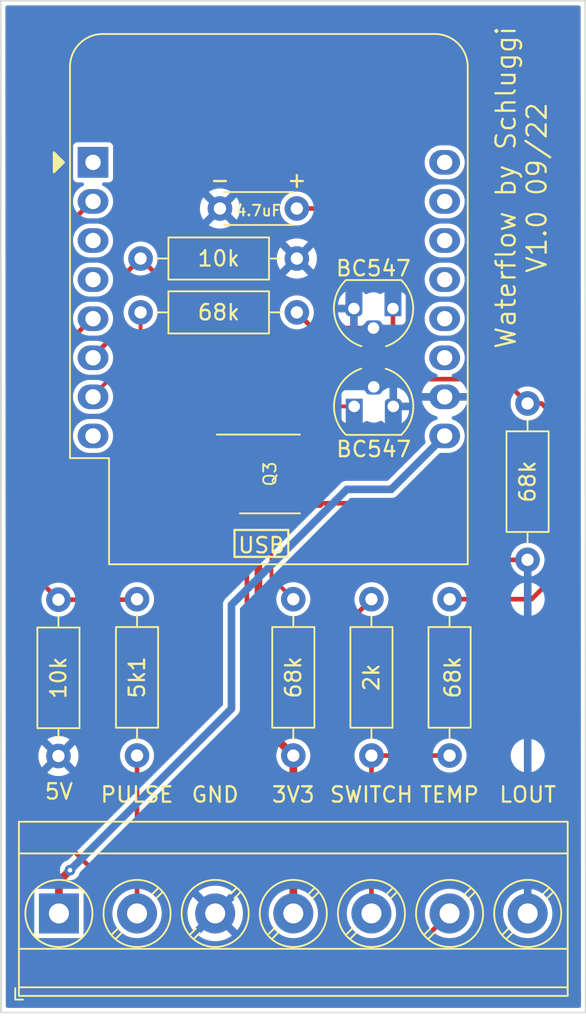
<source format=kicad_pcb>
(kicad_pcb (version 20211014) (generator pcbnew)
  (title_block (title "Waterflow") (date "2022-09-16") (rev "1.0") (company "https://github.com/Schluggi/waterflow-pcb"))
  (layers (0 "F.Cu" signal) (31 "B.Cu" power) (34 "B.Paste" user) (35 "F.Paste" user) (36 "B.SilkS" user "B.Silkscreen") (37 "F.SilkS" user "F.Silkscreen") (38 "B.Mask" user) (39 "F.Mask" user) (44 "Edge.Cuts" user))
  (net 0 "")
  (net 1 "Net-(C1-Pad1)")
  (net 2 "GND")
  (net 3 "Net-(Q1-Pad1)")
  (net 4 "Net-(Q2-Pad2)")
  (net 5 "Net-(R5-Pad1)")
  (net 6 "Net-(R6-Pad2)")
  (net 7 "Net-(R8-Pad1)")
  (net 17 "5V")
  (net 18 "Pulse")
  (net 19 "Water-Switch")
  (net 21 "3V3")
  (net 22 "Temperature")
  (net 23 "LatchOut")
  (footprint "Module:WEMOS_D1_mini_light" (layer "F.Cu") (at 88.15 36.36)
    (fp_text reference "U1" hide)
    (fp_text value "WeMos_D1_mini")
    (fp_line (start 1.04 26.12) (end 24.36 26.12) (layer "F.SilkS") (width 0.12))
    (fp_line (start 22.24 -8.34) (end 0.63 -8.34) (layer "F.SilkS") (width 0.12))
    (fp_line (start 1.04 19.22) (end 1.04 26.12) (layer "F.SilkS") (width 0.12))
    (fp_line (start -1.5 19.22) (end 1.04 19.22) (layer "F.SilkS") (width 0.12))
    (fp_line (start -1.5 19.22) (end -1.5 -6.21) (layer "F.SilkS") (width 0.12))
    (fp_line (start 24.36 26.12) (end 24.36 -6.21) (layer "F.SilkS") (width 0.12))
    (fp_arc (start 22.23 -8.34) (mid 23.736137 -7.716137) (end 24.36 -6.21) (layer "F.SilkS") (width 0.12))
    (fp_arc (start -1.5 -6.21) (mid -0.876137 -7.716137) (end 0.63 -8.34) (layer "F.SilkS") (width 0.12))
    (fp_poly (pts (xy -2.54 -0.635) (xy -2.54 0.635) (xy -1.905 0)) (layer "F.SilkS") (width 0.15) (fill solid))
    (pad "1" thru_hole rect (at 0 0) (size 2 2) (drill 1) (layers *.Cu *.Mask))
    (pad "2" thru_hole oval (at 0 2.54) (size 2 1.6) (drill 1) (layers *.Cu *.Mask) (net 22 "Temperature"))
    (pad "3" thru_hole oval (at 0 5.08) (size 2 1.6) (drill 1) (layers *.Cu *.Mask))
    (pad "4" thru_hole oval (at 0 7.62) (size 2 1.6) (drill 1) (layers *.Cu *.Mask))
    (pad "5" thru_hole oval (at 0 10.16) (size 2 1.6) (drill 1) (layers *.Cu *.Mask) (net 7 "Net-(R8-Pad1)"))
    (pad "6" thru_hole oval (at 0 12.7) (size 2 1.6) (drill 1) (layers *.Cu *.Mask) (net 6 "Net-(R6-Pad2)"))
    (pad "7" thru_hole oval (at 0 15.24) (size 2 1.6) (drill 1) (layers *.Cu *.Mask) (net 5 "Net-(R5-Pad1)"))
    (pad "8" thru_hole oval (at 0 17.78) (size 2 1.6) (drill 1) (layers *.Cu *.Mask))
    (pad "9" thru_hole oval (at 22.86 17.78) (size 2 1.6) (drill 1) (layers *.Cu *.Mask) (net 17 "5V"))
    (pad "10" thru_hole oval (at 22.86 15.24) (size 2 1.6) (drill 1) (layers *.Cu *.Mask) (net 2 "GND"))
    (pad "11" thru_hole oval (at 22.86 12.7) (size 2 1.6) (drill 1) (layers *.Cu *.Mask))
    (pad "12" thru_hole oval (at 22.86 10.16) (size 2 1.6) (drill 1) (layers *.Cu *.Mask))
    (pad "13" thru_hole oval (at 22.86 7.62) (size 2 1.6) (drill 1) (layers *.Cu *.Mask))
    (pad "14" thru_hole oval (at 22.86 5.08) (size 2 1.6) (drill 1) (layers *.Cu *.Mask))
    (pad "15" thru_hole oval (at 22.86 2.54) (size 2 1.6) (drill 1) (layers *.Cu *.Mask))
    (pad "16" thru_hole oval (at 22.86 0) (size 2 1.6) (drill 1) (layers *.Cu *.Mask))
  )
  (footprint "Resistor_THT:R_Axial_DIN0207_L6.3mm_D2.5mm_P10.16mm_Horizontal" (layer "F.Cu") (at 101.17 74.91 90)
    (fp_text reference "R1" hide)
    (fp_text value "68k" (at 5.08 0 90) (layer "F.SilkS"))
    (fp_line (start 8.35 -1.37) (end 1.81 -1.37) (layer "F.SilkS") (width 0.12))
    (fp_line (start 1.04 0) (end 1.81 0) (layer "F.SilkS") (width 0.12))
    (fp_line (start 8.35 1.37) (end 8.35 -1.37) (layer "F.SilkS") (width 0.12))
    (fp_line (start 9.12 0) (end 8.35 0) (layer "F.SilkS") (width 0.12))
    (fp_line (start 1.81 -1.37) (end 1.81 1.37) (layer "F.SilkS") (width 0.12))
    (fp_line (start 1.81 1.37) (end 8.35 1.37) (layer "F.SilkS") (width 0.12))
    (pad "1" thru_hole circle (at 0 0 90) (size 1.6 1.6) (drill 0.8) (layers *.Cu *.Mask) (net 21 "3V3"))
    (pad "2" thru_hole oval (at 10.16 0 90) (size 1.6 1.6) (drill 0.8) (layers *.Cu *.Mask) (net 3 "Net-(Q1-Pad1)"))
  )
  (footprint "Capacitor_THT:C_Disc_D4.3mm_W1.9mm_P5.00mm" (layer "F.Cu") (at 101.4 39.36 180)
    (fp_text reference "C1" hide)
    (fp_text value "4.7uF" (at 2.5 -0.14) (layer "F.SilkS") (effects (font (size 0.7 0.7) (thickness 0.125))))
    (fp_line (start 0.23 -1.07) (end 0.23 -1.055) (layer "F.SilkS") (width 0.12))
    (fp_line (start 0.23 1.07) (end 4.77 1.07) (layer "F.SilkS") (width 0.12))
    (fp_line (start 4.77 -1.07) (end 4.77 -1.055) (layer "F.SilkS") (width 0.12))
    (fp_line (start 0.23 -1.07) (end 4.77 -1.07) (layer "F.SilkS") (width 0.12))
    (fp_line (start 4.77 1.055) (end 4.77 1.07) (layer "F.SilkS") (width 0.12))
    (fp_line (start 0.23 1.055) (end 0.23 1.07) (layer "F.SilkS") (width 0.12))
    (pad "1" thru_hole circle (at 0 0 180) (size 1.6 1.6) (drill 0.8) (layers *.Cu *.Mask) (net 1 "Net-(C1-Pad1)"))
    (pad "2" thru_hole circle (at 5 0 180) (size 1.6 1.6) (drill 0.8) (layers *.Cu *.Mask) (net 2 "GND"))
  )
  (footprint "Resistor_THT:R_Axial_DIN0207_L6.3mm_D2.5mm_P10.16mm_Horizontal" (layer "F.Cu") (at 116.4 62.19 90)
    (fp_text reference "R2" hide)
    (fp_text value "68k" (at 5.08 0 90) (layer "F.SilkS"))
    (fp_line (start 9.12 0) (end 8.35 0) (layer "F.SilkS") (width 0.12))
    (fp_line (start 1.81 1.37) (end 8.35 1.37) (layer "F.SilkS") (width 0.12))
    (fp_line (start 8.35 1.37) (end 8.35 -1.37) (layer "F.SilkS") (width 0.12))
    (fp_line (start 1.81 -1.37) (end 1.81 1.37) (layer "F.SilkS") (width 0.12))
    (fp_line (start 8.35 -1.37) (end 1.81 -1.37) (layer "F.SilkS") (width 0.12))
    (fp_line (start 1.04 0) (end 1.81 0) (layer "F.SilkS") (width 0.12))
    (pad "1" thru_hole circle (at 0 0 90) (size 1.6 1.6) (drill 0.8) (layers *.Cu *.Mask) (net 23 "LatchOut"))
    (pad "2" thru_hole oval (at 10.16 0 90) (size 1.6 1.6) (drill 0.8) (layers *.Cu *.Mask) (net 1 "Net-(C1-Pad1)"))
  )
  (footprint "Resistor_THT:R_Axial_DIN0207_L6.3mm_D2.5mm_P10.16mm_Horizontal" (layer "F.Cu") (at 101.4 42.61 180)
    (fp_text reference "R7" hide)
    (fp_text value "10k" (at 5.08 0) (layer "F.SilkS"))
    (fp_line (start 9.12 0) (end 8.35 0) (layer "F.SilkS") (width 0.12))
    (fp_line (start 1.81 1.37) (end 8.35 1.37) (layer "F.SilkS") (width 0.12))
    (fp_line (start 8.35 -1.37) (end 1.81 -1.37) (layer "F.SilkS") (width 0.12))
    (fp_line (start 1.81 -1.37) (end 1.81 1.37) (layer "F.SilkS") (width 0.12))
    (fp_line (start 1.04 0) (end 1.81 0) (layer "F.SilkS") (width 0.12))
    (fp_line (start 8.35 1.37) (end 8.35 -1.37) (layer "F.SilkS") (width 0.12))
    (pad "1" thru_hole circle (at 0 0 180) (size 1.6 1.6) (drill 0.8) (layers *.Cu *.Mask) (net 2 "GND"))
    (pad "2" thru_hole oval (at 10.16 0 180) (size 1.6 1.6) (drill 0.8) (layers *.Cu *.Mask) (net 6 "Net-(R6-Pad2)"))
  )
  (footprint "Package_TO_SOT_THT:TO-92_HandSolder" (layer "F.Cu") (at 107.65 45.86 180)
    (fp_text reference "BC547" (at 1.27 2.61 180) (layer "F.SilkS"))
    (fp_text value locked "BC547")
    (fp_line (start -0.53 1.85) (end 3.07 1.85) (layer "F.SilkS") (width 0.12))
    (fp_arc (start 2.05 -2.45) (mid 3.769931 -0.601036) (end 3.078445 1.827684) (layer "F.SilkS") (width 0.12))
    (fp_arc (start -0.541875 1.841741) (mid -1.247231 -0.581764) (end 0.45 -2.45) (layer "F.SilkS") (width 0.12))
    (pad "1" thru_hole rect (at 0 0 180) (size 1.1 1.8) (drill 0.75 (offset 0 0.4)) (layers *.Cu *.Mask) (net 1 "Net-(C1-Pad1)"))
    (pad "2" thru_hole roundrect (at 1.27 -1.27 180) (size 1.1 1.8) (drill 0.75 (offset 0 -0.4)) (layers *.Cu *.Mask) (net 4 "Net-(Q2-Pad2)"))
    (pad "3" thru_hole roundrect (at 2.54 0 180) (size 1.1 1.8) (drill 0.75 (offset 0 0.4)) (layers *.Cu *.Mask) (net 2 "GND"))
  )
  (footprint "Resistor_THT:R_Axial_DIN0207_L6.3mm_D2.5mm_P10.16mm_Horizontal" (layer "F.Cu") (at 106.25 74.91 90)
    (fp_text reference "R6" hide)
    (fp_text value "2k" (at 5.08 0 90) (layer "F.SilkS"))
    (fp_line (start 8.35 1.37) (end 8.35 -1.37) (layer "F.SilkS") (width 0.12))
    (fp_line (start 1.04 0) (end 1.81 0) (layer "F.SilkS") (width 0.12))
    (fp_line (start 1.81 -1.37) (end 1.81 1.37) (layer "F.SilkS") (width 0.12))
    (fp_line (start 8.35 -1.37) (end 1.81 -1.37) (layer "F.SilkS") (width 0.12))
    (fp_line (start 9.12 0) (end 8.35 0) (layer "F.SilkS") (width 0.12))
    (fp_line (start 1.81 1.37) (end 8.35 1.37) (layer "F.SilkS") (width 0.12))
    (pad "1" thru_hole circle (at 0 0 90) (size 1.6 1.6) (drill 0.8) (layers *.Cu *.Mask) (net 19 "Water-Switch"))
    (pad "2" thru_hole oval (at 10.16 0 90) (size 1.6 1.6) (drill 0.8) (layers *.Cu *.Mask) (net 6 "Net-(R6-Pad2)"))
  )
  (footprint "Package_TO_SOT_THT:TO-92_HandSolder" (layer "F.Cu") (at 105.13 52.22)
    (fp_text reference "BC547" (at 1.27 2.78) (layer "F.SilkS"))
    (fp_text value locked "BC547")
    (fp_line (start -0.53 1.85) (end 3.07 1.85) (layer "F.SilkS") (width 0.12))
    (fp_arc (start -0.541875 1.841741) (mid -1.247231 -0.581764) (end 0.45 -2.45) (layer "F.SilkS") (width 0.12))
    (fp_arc (start 2.05 -2.45) (mid 3.769931 -0.601036) (end 3.078445 1.827684) (layer "F.SilkS") (width 0.12))
    (pad "1" thru_hole rect (at 0 0) (size 1.1 1.8) (drill 0.75 (offset 0 0.4)) (layers *.Cu *.Mask) (net 3 "Net-(Q1-Pad1)"))
    (pad "2" thru_hole roundrect (at 1.27 -1.27) (size 1.1 1.8) (drill 0.75 (offset 0 -0.4)) (layers *.Cu *.Mask) (net 1 "Net-(C1-Pad1)"))
    (pad "3" thru_hole roundrect (at 2.54 0) (size 1.1 1.8) (drill 0.75 (offset 0 0.4)) (layers *.Cu *.Mask) (net 2 "GND"))
  )
  (footprint "TerminalBlock_Phoenix:TerminalBlock_Phoenix_MKDS-3-7-5.08_1x07_P5.08mm_Horizontal" (layer "F.Cu") (at 85.93 85.17)
    (fp_text reference "J1" hide)
    (fp_text value "Terminal")
    (fp_line (start 11.814 -1.388) (end 11.419 -0.992) (layer "F.SilkS") (width 0.12))
    (fp_line (start 21.974 -1.388) (end 21.579 -0.992) (layer "F.SilkS") (width 0.12))
    (fp_line (start 26.788 -1.654) (end 26.408 -1.274) (layer "F.SilkS") (width 0.12))
    (fp_line (start 31.868 -1.654) (end 31.488 -1.274) (layer "F.SilkS") (width 0.12))
    (fp_line (start -2.6 5.36) (end 33.08 5.36) (layer "F.SilkS") (width 0.12))
    (fp_line (start 16.894 -1.388) (end 16.499 -0.992) (layer "F.SilkS") (width 0.12))
    (fp_line (start 11.548 -1.654) (end 11.168 -1.274) (layer "F.SilkS") (width 0.12))
    (fp_line (start 6.734 -1.388) (end 6.339 -0.992) (layer "F.SilkS") (width 0.12))
    (fp_line (start 29.473 1.274) (end 29.093 1.654) (layer "F.SilkS") (width 0.12))
    (fp_line (start 8.902 0.992) (end 8.507 1.388) (layer "F.SilkS") (width 0.12))
    (fp_line (start -1.548 1.281) (end -1.654 1.388) (layer "F.SilkS") (width 0.12))
    (fp_line (start 29.222 0.992) (end 28.827 1.388) (layer "F.SilkS") (width 0.12))
    (fp_line (start 27.054 -1.388) (end 26.659 -0.992) (layer "F.SilkS") (width 0.12))
    (fp_line (start 1.654 -1.388) (end 1.547 -1.281) (layer "F.SilkS") (width 0.12))
    (fp_line (start 24.393 1.274) (end 24.013 1.654) (layer "F.SilkS") (width 0.12))
    (fp_line (start 3.822 0.992) (end 3.427 1.388) (layer "F.SilkS") (width 0.12))
    (fp_line (start 1.388 -1.654) (end 1.281 -1.547) (layer "F.SilkS") (width 0.12))
    (fp_line (start 6.468 -1.654) (end 6.088 -1.274) (layer "F.SilkS") (width 0.12))
    (fp_line (start 33.08 -5.96) (end 33.08 5.36) (layer "F.SilkS") (width 0.12))
    (fp_line (start -2.84 5.6) (end -2.34 5.6) (layer "F.SilkS") (width 0.12))
    (fp_line (start 24.142 0.992) (end 23.747 1.388) (layer "F.SilkS") (width 0.12))
    (fp_line (start 9.153 1.274) (end 8.773 1.654) (layer "F.SilkS") (width 0.12))
    (fp_line (start 16.628 -1.654) (end 16.248 -1.274) (layer "F.SilkS") (width 0.12))
    (fp_line (start -2.6 -3.9) (end 33.08 -3.9) (layer "F.SilkS") (width 0.12))
    (fp_line (start 32.134 -1.388) (end 31.739 -0.992) (layer "F.SilkS") (width 0.12))
    (fp_line (start 19.313 1.274) (end 18.933 1.654) (layer "F.SilkS") (width 0.12))
    (fp_line (start -2.6 -5.96) (end -2.6 5.36) (layer "F.SilkS") (width 0.12))
    (fp_line (start 13.982 0.992) (end 13.587 1.388) (layer "F.SilkS") (width 0.12))
    (fp_line (start 21.708 -1.654) (end 21.328 -1.274) (layer "F.SilkS") (width 0.12))
    (fp_line (start 4.073 1.274) (end 3.693 1.654) (layer "F.SilkS") (width 0.12))
    (fp_line (start -2.6 4.8) (end 33.08 4.8) (layer "F.SilkS") (width 0.12))
    (fp_line (start -1.282 1.547) (end -1.388 1.654) (layer "F.SilkS") (width 0.12))
    (fp_line (start -2.6 -5.96) (end 33.08 -5.96) (layer "F.SilkS") (width 0.12))
    (fp_line (start -2.84 4.86) (end -2.84 5.6) (layer "F.SilkS") (width 0.12))
    (fp_line (start 19.062 0.992) (end 18.667 1.388) (layer "F.SilkS") (width 0.12))
    (fp_line (start -2.6 2.3) (end 33.08 2.3) (layer "F.SilkS") (width 0.12))
    (fp_line (start 14.233 1.274) (end 13.853 1.654) (layer "F.SilkS") (width 0.12))
    (fp_circle (center 30.48 0) (end 32.66 0) (layer "F.SilkS") (width 0.12) (fill none))
    (fp_circle (center 0 0) (end 2.18 0) (layer "F.SilkS") (width 0.12) (fill none))
    (fp_circle (center 25.4 0) (end 27.58 0) (layer "F.SilkS") (width 0.12) (fill none))
    (fp_circle (center 5.08 0) (end 7.26 0) (layer "F.SilkS") (width 0.12) (fill none))
    (fp_circle (center 20.32 0) (end 22.5 0) (layer "F.SilkS") (width 0.12) (fill none))
    (fp_circle (center 10.16 0) (end 12.34 0) (layer "F.SilkS") (width 0.12) (fill none))
    (fp_circle (center 15.24 0) (end 17.42 0) (layer "F.SilkS") (width 0.12) (fill none))
    (pad "1" thru_hole rect (at 0 0) (size 2.6 2.6) (drill 1.3) (layers *.Cu *.Mask) (net 17 "5V"))
    (pad "2" thru_hole circle (at 5.08 0) (size 2.6 2.6) (drill 1.3) (layers *.Cu *.Mask) (net 18 "Pulse"))
    (pad "3" thru_hole circle (at 10.16 0) (size 2.6 2.6) (drill 1.3) (layers *.Cu *.Mask) (net 2 "GND"))
    (pad "4" thru_hole circle (at 15.24 0) (size 2.6 2.6) (drill 1.3) (layers *.Cu *.Mask) (net 21 "3V3"))
    (pad "5" thru_hole circle (at 20.32 0) (size 2.6 2.6) (drill 1.3) (layers *.Cu *.Mask) (net 19 "Water-Switch"))
    (pad "6" thru_hole circle (at 25.4 0) (size 2.6 2.6) (drill 1.3) (layers *.Cu *.Mask) (net 22 "Temperature"))
    (pad "7" thru_hole circle (at 30.48 0) (size 2.6 2.6) (drill 1.3) (layers *.Cu *.Mask) (net 23 "LatchOut"))
  )
  (footprint "Package_SO:SOIC-8_3.9x4.9mm_P1.27mm" (layer "F.Cu") (at 99.65 56.61)
    (fp_text reference "Q3" (at 0 0 90) (layer "F.SilkS") (effects (font (size 0.8 0.8) (thickness 0.12))))
    (fp_text value "AO4447")
    (fp_line (start 0 2.56) (end 1.95 2.56) (layer "F.SilkS") (width 0.12))
    (fp_line (start 0 -2.56) (end 1.95 -2.56) (layer "F.SilkS") (width 0.12))
    (fp_line (start 0 -2.56) (end -3.45 -2.56) (layer "F.SilkS") (width 0.12))
    (fp_line (start 0 2.56) (end -1.95 2.56) (layer "F.SilkS") (width 0.12))
    (pad "1" smd roundrect (at -2.475 -1.905) (size 1.95 0.6) (layers "F.Cu" "F.Paste" "F.Mask"))
    (pad "2" smd roundrect (at -2.475 -0.635) (size 1.95 0.6) (layers "F.Cu" "F.Paste" "F.Mask"))
    (pad "3" smd roundrect (at -2.475 0.635) (size 1.95 0.6) (layers "F.Cu" "F.Paste" "F.Mask") (net 21 "3V3"))
    (pad "4" smd roundrect (at -2.475 1.905) (size 1.95 0.6) (layers "F.Cu" "F.Paste" "F.Mask") (net 3 "Net-(Q1-Pad1)"))
    (pad "5" smd roundrect (at 2.475 1.905) (size 1.95 0.6) (layers "F.Cu" "F.Paste" "F.Mask") (net 23 "LatchOut"))
    (pad "6" smd roundrect (at 2.475 0.635) (size 1.95 0.6) (layers "F.Cu" "F.Paste" "F.Mask") (net 23 "LatchOut"))
    (pad "7" smd roundrect (at 2.475 -0.635) (size 1.95 0.6) (layers "F.Cu" "F.Paste" "F.Mask"))
    (pad "8" smd roundrect (at 2.475 -1.905) (size 1.95 0.6) (layers "F.Cu" "F.Paste" "F.Mask"))
  )
  (footprint "Resistor_THT:R_Axial_DIN0207_L6.3mm_D2.5mm_P10.16mm_Horizontal" (layer "F.Cu") (at 91.24 46.11)
    (fp_text reference "R5" hide)
    (fp_text value "68k" (at 5.08 0) (layer "F.SilkS"))
    (fp_line (start 1.81 1.37) (end 8.35 1.37) (layer "F.SilkS") (width 0.12))
    (fp_line (start 8.35 -1.37) (end 1.81 -1.37) (layer "F.SilkS") (width 0.12))
    (fp_line (start 8.35 1.37) (end 8.35 -1.37) (layer "F.SilkS") (width 0.12))
    (fp_line (start 9.12 0) (end 8.35 0) (layer "F.SilkS") (width 0.12))
    (fp_line (start 1.04 0) (end 1.81 0) (layer "F.SilkS") (width 0.12))
    (fp_line (start 1.81 -1.37) (end 1.81 1.37) (layer "F.SilkS") (width 0.12))
    (pad "1" thru_hole circle (at 0 0) (size 1.6 1.6) (drill 0.8) (layers *.Cu *.Mask) (net 5 "Net-(R5-Pad1)"))
    (pad "2" thru_hole oval (at 10.16 0) (size 1.6 1.6) (drill 0.8) (layers *.Cu *.Mask) (net 4 "Net-(Q2-Pad2)"))
  )
  (footprint "Resistor_THT:R_Axial_DIN0207_L6.3mm_D2.5mm_P10.16mm_Horizontal" (layer "F.Cu") (at 111.33 74.91 90)
    (fp_text reference "R4" hide)
    (fp_text value "68k" (at 5.08 0.2025 90) (layer "F.SilkS"))
    (fp_line (start 1.81 -1.37) (end 1.81 1.37) (layer "F.SilkS") (width 0.12))
    (fp_line (start 8.35 1.37) (end 8.35 -1.37) (layer "F.SilkS") (width 0.12))
    (fp_line (start 1.81 1.37) (end 8.35 1.37) (layer "F.SilkS") (width 0.12))
    (fp_line (start 9.12 0) (end 8.35 0) (layer "F.SilkS") (width 0.12))
    (fp_line (start 1.04 0) (end 1.81 0) (layer "F.SilkS") (width 0.12))
    (fp_line (start 8.35 -1.37) (end 1.81 -1.37) (layer "F.SilkS") (width 0.12))
    (pad "1" thru_hole circle (at 0 0 90) (size 1.6 1.6) (drill 0.8) (layers *.Cu *.Mask) (net 19 "Water-Switch"))
    (pad "2" thru_hole oval (at 10.16 0 90) (size 1.6 1.6) (drill 0.8) (layers *.Cu *.Mask) (net 1 "Net-(C1-Pad1)"))
  )
  (footprint "Resistor_THT:R_Axial_DIN0207_L6.3mm_D2.5mm_P10.16mm_Horizontal" (layer "F.Cu") (at 91.01 64.75 -90)
    (fp_text reference "R8" hide)
    (fp_text value "5k1" (at 5.08 0 90) (layer "F.SilkS"))
    (fp_line (start 1.04 0) (end 1.81 0) (layer "F.SilkS") (width 0.12))
    (fp_line (start 8.35 -1.37) (end 1.81 -1.37) (layer "F.SilkS") (width 0.12))
    (fp_line (start 9.12 0) (end 8.35 0) (layer "F.SilkS") (width 0.12))
    (fp_line (start 1.81 1.37) (end 8.35 1.37) (layer "F.SilkS") (width 0.12))
    (fp_line (start 1.81 -1.37) (end 1.81 1.37) (layer "F.SilkS") (width 0.12))
    (fp_line (start 8.35 1.37) (end 8.35 -1.37) (layer "F.SilkS") (width 0.12))
    (pad "1" thru_hole circle (at 0 0 270) (size 1.6 1.6) (drill 0.8) (layers *.Cu *.Mask) (net 7 "Net-(R8-Pad1)"))
    (pad "2" thru_hole oval (at 10.16 0 270) (size 1.6 1.6) (drill 0.8) (layers *.Cu *.Mask) (net 18 "Pulse"))
  )
  (footprint "Resistor_THT:R_Axial_DIN0207_L6.3mm_D2.5mm_P10.16mm_Horizontal" (layer "F.Cu") (at 85.9 74.94 90)
    (fp_text reference "R9" hide)
    (fp_text value "10k" (at 5.08 0 90) (layer "F.SilkS"))
    (fp_line (start 9.12 0) (end 8.35 0) (layer "F.SilkS") (width 0.12))
    (fp_line (start 8.35 1.37) (end 8.35 -1.37) (layer "F.SilkS") (width 0.12))
    (fp_line (start 8.35 -1.37) (end 1.81 -1.37) (layer "F.SilkS") (width 0.12))
    (fp_line (start 1.81 1.37) (end 8.35 1.37) (layer "F.SilkS") (width 0.12))
    (fp_line (start 1.04 0) (end 1.81 0) (layer "F.SilkS") (width 0.12))
    (fp_line (start 1.81 -1.37) (end 1.81 1.37) (layer "F.SilkS") (width 0.12))
    (pad "1" thru_hole circle (at 0 0 90) (size 1.6 1.6) (drill 0.8) (layers *.Cu *.Mask) (net 2 "GND"))
    (pad "2" thru_hole oval (at 10.16 0 90) (size 1.6 1.6) (drill 0.8) (layers *.Cu *.Mask) (net 7 "Net-(R8-Pad1)"))
  )
  (gr_line (start 100.845 60.25) (end 100.845 62) (layer "F.SilkS") (width 0.15))
  (gr_line (start 97.345 60.25) (end 100.845 60.25) (layer "F.SilkS") (width 0.15))
  (gr_line (start 97.345 62) (end 97.345 60.25) (layer "F.SilkS") (width 0.15))
  (gr_line (start 100.845 62) (end 97.345 62) (layer "F.SilkS") (width 0.15))
  (gr_line (start 82.15 25.86) (end 82.175 91.61) (layer "Edge.Cuts") (width 0.1))
  (gr_line (start 120.175 91.61) (end 120.15 25.86) (layer "Edge.Cuts") (width 0.1))
  (gr_line locked (start 120.15 25.86) (end 82.15 25.86) (layer "Edge.Cuts") (width 0.1))
  (gr_line (start 120.175 91.61) (end 82.175 91.61) (layer "Edge.Cuts") (width 0.1))
  (gr_text "USB" (at 99.095 61.25) (layer "F.SilkS") (effects (font (size 1 1))))
  (gr_text "PULSE" (at 91.01 77.45) (layer "F.SilkS") (effects (font (size 1 1))))
  (gr_text "3V3\n" (at 101.17 77.45) (layer "F.SilkS") (effects (font (size 1 1))))
  (gr_text "+" (at 101.4 37.5) (layer "F.SilkS") (effects (font (size 1 1))))
  (gr_text "SWITCH" (at 106.25 77.45) (layer "F.SilkS") (effects (font (size 1 1))))
  (gr_text "LOUT" (at 116.41 77.45) (layer "F.SilkS") (effects (font (size 1 1))))
  (gr_text "TEMP" (at 111.33 77.45) (layer "F.SilkS") (effects (font (size 1 1))))
  (gr_text "5V" (at 85.93 77.25) (layer "F.SilkS") (effects (font (size 1 1))))
  (gr_text "GND" (at 96.09 77.45) (layer "F.SilkS") (effects (font (size 1 1))))
  (gr_text "Waterflow by Schluggi\nV1.0 09/22\n" (at 116 38 90) (layer "F.SilkS") (effects (font (size 1.25 1.25))))
  (gr_text "-" (at 96.4 37.5) (layer "F.SilkS") (effects (font (size 1 1))))
  (segment (start 101.4 39.36) (end 103.61 39.36) (width 0.3) (layer "F.Cu") (net 1))
  (segment (start 106.9 50.45) (end 106.4 50.95) (width 0.3) (layer "F.Cu") (net 1))
  (segment (start 116.4 52.03) (end 114.82 50.45) (width 0.3) (layer "F.Cu") (net 1))
  (segment (start 106.4 50.95) (end 107.65 49.7) (width 0.3) (layer "F.Cu") (net 1))
  (segment (start 117.311739 52.03) (end 116.4 52.03) (width 0.3) (layer "F.Cu") (net 1))
  (segment (start 114.82 50.45) (end 106.9 50.45) (width 0.3) (layer "F.Cu") (net 1))
  (segment (start 107.65 43.4) (end 107.65 45.86) (width 0.3) (layer "F.Cu") (net 1))
  (segment (start 106.4 50.95) (end 106.6 50.95) (width 0.3) (layer "F.Cu") (net 1))
  (segment (start 111.33 64.75) (end 116.666053 64.75) (width 0.3) (layer "F.Cu") (net 1))
  (segment (start 116.666053 64.75) (end 118.688205 62.727848) (width 0.3) (layer "F.Cu") (net 1))
  (segment (start 107.65 49.7) (end 107.65 45.86) (width 0.3) (layer "F.Cu") (net 1))
  (segment (start 103.61 39.36) (end 107.65 43.4) (width 0.3) (layer "F.Cu") (net 1))
  (segment (start 118.688205 62.727848) (end 118.688205 53.406466) (width 0.3) (layer "F.Cu") (net 1))
  (segment (start 118.688205 53.406466) (end 117.311739 52.03) (width 0.3) (layer "F.Cu") (net 1))
  (segment (start 97.175 58.515) (end 97.945 58.515) (width 0.3) (layer "F.Cu") (net 3))
  (segment (start 102.03 52.22) (end 99.75 54.5) (width 0.25) (layer "F.Cu") (net 3))
  (segment (start 99.75 54.5) (end 99.75 56.71) (width 0.25) (layer "F.Cu") (net 3))
  (segment (start 99.75 63.33) (end 101.17 64.75) (width 0.25) (layer "F.Cu") (net 3))
  (segment (start 99.75 56.71) (end 99.75 63.33) (width 0.25) (layer "F.Cu") (net 3))
  (segment (start 97.945 58.515) (end 99.75 56.71) (width 0.3) (layer "F.Cu") (net 3))
  (segment (start 105.13 52.22) (end 102.03 52.22) (width 0.25) (layer "F.Cu") (net 3))
  (segment (start 101.4 46.11) (end 102.42 47.13) (width 0.3) (layer "F.Cu") (net 4))
  (segment (start 102.42 47.13) (end 106.38 47.13) (width 0.3) (layer "F.Cu") (net 4))
  (segment (start 91.24 46.11) (end 91.24 48.425) (width 0.25) (layer "F.Cu") (net 5))
  (segment (start 91.24 48.425) (end 88.205 51.46) (width 0.25) (layer "F.Cu") (net 5))
  (segment (start 103.65 67.35) (end 103.65 86.11) (width 0.3) (layer "F.Cu") (net 6))
  (segment (start 98.15 63.11) (end 92.65 57.61) (width 0.3) (layer "F.Cu") (net 6))
  (segment (start 92.65 57.61) (end 92.65 44.02) (width 0.3) (layer "F.Cu") (net 6))
  (segment (start 89.75 44.1) (end 91.24 42.61) (width 0.3) (layer "F.Cu") (net 6))
  (segment (start 106.25 64.75) (end 103.65 67.35) (width 0.3) (layer "F.Cu") (net 6))
  (segment (start 102.15 87.61) (end 100.15 87.61) (width 0.3) (layer "F.Cu") (net 6))
  (segment (start 88.205 48.92) (end 89.75 47.375) (width 0.3) (layer "F.Cu") (net 6))
  (segment (start 89.75 47.375) (end 89.75 44.1) (width 0.3) (layer "F.Cu") (net 6))
  (segment (start 92.65 44.02) (end 91.24 42.61) (width 0.3) (layer "F.Cu") (net 6))
  (segment (start 103.65 86.11) (end 102.15 87.61) (width 0.3) (layer "F.Cu") (net 6))
  (segment (start 98.15 85.61) (end 98.15 63.11) (width 0.3) (layer "F.Cu") (net 6))
  (segment (start 100.15 87.61) (end 98.15 85.61) (width 0.3) (layer "F.Cu") (net 6))
  (segment (start 85.9 64.78) (end 90.98 64.78) (width 0.3) (layer "F.Cu") (net 7))
  (segment (start 84.74211 63.62211) (end 85.9 64.78) (width 0.3) (layer "F.Cu") (net 7))
  (segment (start 84.74211 49.84289) (end 84.74211 63.62211) (width 0.3) (layer "F.Cu") (net 7))
  (segment (start 88.205 46.38) (end 84.74211 49.84289) (width 0.3) (layer "F.Cu") (net 7))
  (segment (start 90.98 64.78) (end 91.01 64.75) (width 0.3) (layer "F.Cu") (net 7))
  (segment (start 85.93 83.08) (end 85.93 85.17) (width 0.5) (layer "F.Cu") (net 17))
  (segment (start 86.65 82.36) (end 85.93 83.08) (width 0.5) (layer "F.Cu") (net 17))
  (segment (start 111.01 54.14) (end 111.01 54.25) (width 0.5) (layer "F.Cu") (net 17))
  (via (at 86.65 82.36) (size 0.7) (drill 0.3) (layers "F.Cu" "B.Cu") (net 17))
  (segment (start 97.15 71.86) (end 97.15 65.11) (width 0.5) (layer "B.Cu") (net 17))
  (segment (start 97.15 65.11) (end 104.65 57.61) (width 0.5) (layer "B.Cu") (net 17))
  (segment (start 104.65 57.61) (end 107.54 57.61) (width 0.5) (layer "B.Cu") (net 17))
  (segment (start 86.65 82.36) (end 97.15 71.86) (width 0.5) (layer "B.Cu") (net 17))
  (segment (start 107.54 57.61) (end 111.01 54.14) (width 0.5) (layer "B.Cu") (net 17))
  (segment (start 91.01 85.17) (end 91.01 74.91) (width 0.3) (layer "F.Cu") (net 18))
  (segment (start 106.25 74.91) (end 111.33 74.91) (width 0.3) (layer "F.Cu") (net 19))
  (segment (start 106.25 74.91) (end 106.25 85.17) (width 0.3) (layer "F.Cu") (net 19))
  (segment (start 98.9 72.64) (end 98.9 62.61) (width 0.5) (layer "F.Cu") (net 21))
  (segment (start 95.15 58.11) (end 96.015 57.245) (width 0.5) (layer "F.Cu") (net 21))
  (segment (start 98.9 62.61) (end 95.15 58.86) (width 0.5) (layer "F.Cu") (net 21))
  (segment (start 101.17 74.91) (end 98.9 72.64) (width 0.5) (layer "F.Cu") (net 21))
  (segment (start 101.17 74.91) (end 101.17 85.17) (width 0.5) (layer "F.Cu") (net 21))
  (segment (start 95.15 58.86) (end 95.15 58.11) (width 0.5) (layer "F.Cu") (net 21))
  (segment (start 96.015 57.245) (end 97.175 57.245) (width 0.5) (layer "F.Cu") (net 21))
  (segment (start 111.33 85.17) (end 108.25 88.25) (width 0.3) (layer "F.Cu") (net 22))
  (segment (start 88.4 82.61) (end 84.15 78.36) (width 0.3) (layer "F.Cu") (net 22))
  (segment (start 89.79 88.25) (end 88.4 86.86) (width 0.3) (layer "F.Cu") (net 22))
  (segment (start 84.15 42.815) (end 88.205 38.76) (width 0.3) (layer "F.Cu") (net 22))
  (segment (start 88.4 86.86) (end 88.4 82.61) (width 0.3) (layer "F.Cu") (net 22))
  (segment (start 108.25 88.25) (end 89.79 88.25) (width 0.3) (layer "F.Cu") (net 22))
  (segment (start 84.15 78.36) (end 84.15 42.815) (width 0.3) (layer "F.Cu") (net 22))
  (segment (start 102.125 57.245) (end 102.125 58.515) (width 0.3) (layer "F.Cu") (net 23))
  (segment (start 106.305 58.515) (end 109.98 62.19) (width 0.3) (layer "F.Cu") (net 23))
  (segment (start 116.41 62.2) (end 116.4 62.19) (width 0.5) (layer "F.Cu") (net 23))
  (segment (start 102.125 58.515) (end 106.305 58.515) (width 0.3) (layer "F.Cu") (net 23))
  (segment (start 109.98 62.19) (end 116.4 62.19) (width 0.3) (layer "F.Cu") (net 23))
  (segment (start 116.41 62.2) (end 116.4 62.19) (width 0.5) (layer "B.Cu") (net 23))
  (segment (start 116.41 85.17) (end 116.41 62.2) (width 0.5) (layer "B.Cu") (net 23))
  (zone (net 2) (net_name "GND") (layer "B.Cu") (connect_pads (clearance 0.3)) (min_thickness 0.25) (fill yes (thermal_gap 0.5) (thermal_bridge_width 0.5))
    (polygon (pts (xy 120.15 91.61) (xy 82.15 91.61) (xy 82.15 25.86) (xy 120.15 25.86)))
  )
)
</source>
